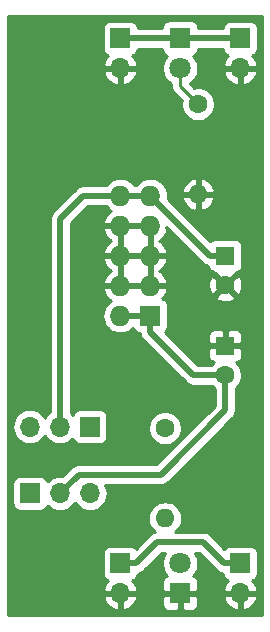
<source format=gbr>
G04 #@! TF.GenerationSoftware,KiCad,Pcbnew,(5.1.2)-2*
G04 #@! TF.CreationDate,2020-04-18T03:55:00-07:00*
G04 #@! TF.ProjectId,eurorackPower10pin,6575726f-7261-4636-9b50-6f7765723130,rev?*
G04 #@! TF.SameCoordinates,Original*
G04 #@! TF.FileFunction,Copper,L1,Top*
G04 #@! TF.FilePolarity,Positive*
%FSLAX46Y46*%
G04 Gerber Fmt 4.6, Leading zero omitted, Abs format (unit mm)*
G04 Created by KiCad (PCBNEW (5.1.2)-2) date 2020-04-18 03:55:00*
%MOMM*%
%LPD*%
G04 APERTURE LIST*
%ADD10O,1.727200X1.727200*%
%ADD11R,1.727200X1.727200*%
%ADD12O,1.600000X1.600000*%
%ADD13C,1.600000*%
%ADD14R,1.700000X1.700000*%
%ADD15O,1.700000X1.700000*%
%ADD16C,1.800000*%
%ADD17R,1.800000X1.800000*%
%ADD18R,1.600000X1.600000*%
%ADD19C,0.508000*%
%ADD20C,0.250000*%
%ADD21C,0.254000*%
G04 APERTURE END LIST*
D10*
X0Y-13335000D03*
X2540000Y-13335000D03*
X0Y-15875000D03*
X2540000Y-15875000D03*
X0Y-18415000D03*
X2540000Y-18415000D03*
X0Y-20955000D03*
X2540000Y-20955000D03*
X0Y-23495000D03*
D11*
X2540000Y-23495000D03*
D12*
X6604000Y-13208000D03*
D13*
X6604000Y-5588000D03*
D12*
X3810000Y-40640000D03*
D13*
X3810000Y-33020000D03*
D14*
X10160000Y-44450000D03*
D15*
X10160000Y-46990000D03*
X10160000Y-2540000D03*
D14*
X10160000Y0D03*
X0Y-44450000D03*
D15*
X0Y-46990000D03*
X-7640000Y-32890000D03*
X-5100000Y-32890000D03*
D14*
X-2560000Y-32890000D03*
D15*
X0Y-2540000D03*
D14*
X0Y0D03*
D15*
X-2555000Y-38540000D03*
X-5095000Y-38540000D03*
D14*
X-7635000Y-38540000D03*
D16*
X5080000Y-44450000D03*
D17*
X5080000Y-46990000D03*
D16*
X5080000Y-2540000D03*
D17*
X5080000Y0D03*
D13*
X8890000Y-28535000D03*
D18*
X8890000Y-26035000D03*
D13*
X8890000Y-20915000D03*
D18*
X8890000Y-18415000D03*
D19*
X0Y-13335000D02*
X2540000Y-13335000D01*
X2540000Y-13373000D02*
X2540000Y-13335000D01*
X7582000Y-18415000D02*
X2540000Y-13373000D01*
X8890000Y-18415000D02*
X7582000Y-18415000D01*
X-5000Y-13330000D02*
X0Y-13335000D01*
X-3120000Y-13330000D02*
X-5000Y-13330000D01*
X-5060000Y-15270000D02*
X-3120000Y-13330000D01*
X-5100000Y-32890000D02*
X-5060000Y-32850000D01*
X-5060000Y-32850000D02*
X-5060000Y-15270000D01*
X2540000Y-24866600D02*
X2540000Y-23495000D01*
X6208400Y-28535000D02*
X2540000Y-24866600D01*
X8890000Y-28535000D02*
X6208400Y-28535000D01*
X0Y-23495000D02*
X2540000Y-23495000D01*
X8890000Y-29666370D02*
X8890000Y-28535000D01*
X8890000Y-31496000D02*
X8890000Y-29666370D01*
X3446000Y-36940000D02*
X8890000Y-31496000D01*
X-5095000Y-38540000D02*
X-3495000Y-36940000D01*
X-3495000Y-36940000D02*
X3446000Y-36940000D01*
D20*
X5080000Y-4064000D02*
X5080000Y-2540000D01*
X6604000Y-5588000D02*
X5080000Y-4064000D01*
D19*
X5080000Y0D02*
X0Y0D01*
X6488000Y0D02*
X10160000Y0D01*
X5080000Y0D02*
X6488000Y0D01*
X8802000Y-44450000D02*
X10160000Y-44450000D01*
X7024000Y-42672000D02*
X8802000Y-44450000D01*
X3136000Y-42672000D02*
X7024000Y-42672000D01*
X0Y-44450000D02*
X1358000Y-44450000D01*
X1358000Y-44450000D02*
X3136000Y-42672000D01*
D21*
G36*
X12040001Y-48870000D02*
G01*
X-9500000Y-48870000D01*
X-9500000Y-47346890D01*
X-1441476Y-47346890D01*
X-1396825Y-47494099D01*
X-1271641Y-47756920D01*
X-1097588Y-47990269D01*
X-881355Y-48185178D01*
X-631252Y-48334157D01*
X-356891Y-48431481D01*
X-127000Y-48310814D01*
X-127000Y-47117000D01*
X127000Y-47117000D01*
X127000Y-48310814D01*
X356891Y-48431481D01*
X631252Y-48334157D01*
X881355Y-48185178D01*
X1097588Y-47990269D01*
X1172377Y-47890000D01*
X3541928Y-47890000D01*
X3554188Y-48014482D01*
X3590498Y-48134180D01*
X3649463Y-48244494D01*
X3728815Y-48341185D01*
X3825506Y-48420537D01*
X3935820Y-48479502D01*
X4055518Y-48515812D01*
X4180000Y-48528072D01*
X4794250Y-48525000D01*
X4953000Y-48366250D01*
X4953000Y-47117000D01*
X5207000Y-47117000D01*
X5207000Y-48366250D01*
X5365750Y-48525000D01*
X5980000Y-48528072D01*
X6104482Y-48515812D01*
X6224180Y-48479502D01*
X6334494Y-48420537D01*
X6431185Y-48341185D01*
X6510537Y-48244494D01*
X6569502Y-48134180D01*
X6605812Y-48014482D01*
X6618072Y-47890000D01*
X6615356Y-47346890D01*
X8718524Y-47346890D01*
X8763175Y-47494099D01*
X8888359Y-47756920D01*
X9062412Y-47990269D01*
X9278645Y-48185178D01*
X9528748Y-48334157D01*
X9803109Y-48431481D01*
X10033000Y-48310814D01*
X10033000Y-47117000D01*
X10287000Y-47117000D01*
X10287000Y-48310814D01*
X10516891Y-48431481D01*
X10791252Y-48334157D01*
X11041355Y-48185178D01*
X11257588Y-47990269D01*
X11431641Y-47756920D01*
X11556825Y-47494099D01*
X11601476Y-47346890D01*
X11480155Y-47117000D01*
X10287000Y-47117000D01*
X10033000Y-47117000D01*
X8839845Y-47117000D01*
X8718524Y-47346890D01*
X6615356Y-47346890D01*
X6615000Y-47275750D01*
X6456250Y-47117000D01*
X5207000Y-47117000D01*
X4953000Y-47117000D01*
X3703750Y-47117000D01*
X3545000Y-47275750D01*
X3541928Y-47890000D01*
X1172377Y-47890000D01*
X1271641Y-47756920D01*
X1396825Y-47494099D01*
X1441476Y-47346890D01*
X1320155Y-47117000D01*
X127000Y-47117000D01*
X-127000Y-47117000D01*
X-1320155Y-47117000D01*
X-1441476Y-47346890D01*
X-9500000Y-47346890D01*
X-9500000Y-43600000D01*
X-1488072Y-43600000D01*
X-1488072Y-45300000D01*
X-1475812Y-45424482D01*
X-1439502Y-45544180D01*
X-1380537Y-45654494D01*
X-1301185Y-45751185D01*
X-1204494Y-45830537D01*
X-1094180Y-45889502D01*
X-1013534Y-45913966D01*
X-1097588Y-45989731D01*
X-1271641Y-46223080D01*
X-1396825Y-46485901D01*
X-1441476Y-46633110D01*
X-1320155Y-46863000D01*
X-127000Y-46863000D01*
X-127000Y-46843000D01*
X127000Y-46843000D01*
X127000Y-46863000D01*
X1320155Y-46863000D01*
X1441476Y-46633110D01*
X1396825Y-46485901D01*
X1271641Y-46223080D01*
X1097588Y-45989731D01*
X1013534Y-45913966D01*
X1094180Y-45889502D01*
X1204494Y-45830537D01*
X1301185Y-45751185D01*
X1380537Y-45654494D01*
X1439502Y-45544180D01*
X1475812Y-45424482D01*
X1485040Y-45330788D01*
X1532274Y-45326136D01*
X1699851Y-45275303D01*
X1854291Y-45192753D01*
X1989659Y-45081659D01*
X2017499Y-45047736D01*
X3504236Y-43561000D01*
X3827883Y-43561000D01*
X3719701Y-43722905D01*
X3603989Y-44002257D01*
X3545000Y-44298816D01*
X3545000Y-44601184D01*
X3603989Y-44897743D01*
X3719701Y-45177095D01*
X3887688Y-45428505D01*
X3954127Y-45494944D01*
X3935820Y-45500498D01*
X3825506Y-45559463D01*
X3728815Y-45638815D01*
X3649463Y-45735506D01*
X3590498Y-45845820D01*
X3554188Y-45965518D01*
X3541928Y-46090000D01*
X3545000Y-46704250D01*
X3703750Y-46863000D01*
X4953000Y-46863000D01*
X4953000Y-46843000D01*
X5207000Y-46843000D01*
X5207000Y-46863000D01*
X6456250Y-46863000D01*
X6615000Y-46704250D01*
X6618072Y-46090000D01*
X6605812Y-45965518D01*
X6569502Y-45845820D01*
X6510537Y-45735506D01*
X6431185Y-45638815D01*
X6334494Y-45559463D01*
X6224180Y-45500498D01*
X6205873Y-45494944D01*
X6272312Y-45428505D01*
X6440299Y-45177095D01*
X6556011Y-44897743D01*
X6615000Y-44601184D01*
X6615000Y-44298816D01*
X6556011Y-44002257D01*
X6440299Y-43722905D01*
X6332117Y-43561000D01*
X6655765Y-43561000D01*
X8142506Y-45047742D01*
X8170341Y-45081659D01*
X8305709Y-45192753D01*
X8460149Y-45275303D01*
X8541566Y-45300000D01*
X8627725Y-45326136D01*
X8644325Y-45327771D01*
X8674960Y-45330788D01*
X8684188Y-45424482D01*
X8720498Y-45544180D01*
X8779463Y-45654494D01*
X8858815Y-45751185D01*
X8955506Y-45830537D01*
X9065820Y-45889502D01*
X9146466Y-45913966D01*
X9062412Y-45989731D01*
X8888359Y-46223080D01*
X8763175Y-46485901D01*
X8718524Y-46633110D01*
X8839845Y-46863000D01*
X10033000Y-46863000D01*
X10033000Y-46843000D01*
X10287000Y-46843000D01*
X10287000Y-46863000D01*
X11480155Y-46863000D01*
X11601476Y-46633110D01*
X11556825Y-46485901D01*
X11431641Y-46223080D01*
X11257588Y-45989731D01*
X11173534Y-45913966D01*
X11254180Y-45889502D01*
X11364494Y-45830537D01*
X11461185Y-45751185D01*
X11540537Y-45654494D01*
X11599502Y-45544180D01*
X11635812Y-45424482D01*
X11648072Y-45300000D01*
X11648072Y-43600000D01*
X11635812Y-43475518D01*
X11599502Y-43355820D01*
X11540537Y-43245506D01*
X11461185Y-43148815D01*
X11364494Y-43069463D01*
X11254180Y-43010498D01*
X11134482Y-42974188D01*
X11010000Y-42961928D01*
X9310000Y-42961928D01*
X9185518Y-42974188D01*
X9065820Y-43010498D01*
X8955506Y-43069463D01*
X8858815Y-43148815D01*
X8813395Y-43204159D01*
X7683499Y-42074264D01*
X7655659Y-42040341D01*
X7520291Y-41929247D01*
X7365851Y-41846697D01*
X7198274Y-41795864D01*
X7067667Y-41783000D01*
X7067660Y-41783000D01*
X7024000Y-41778700D01*
X6980340Y-41783000D01*
X4679254Y-41783000D01*
X4829608Y-41659608D01*
X5008932Y-41441101D01*
X5142182Y-41191808D01*
X5224236Y-40921309D01*
X5251943Y-40640000D01*
X5224236Y-40358691D01*
X5142182Y-40088192D01*
X5008932Y-39838899D01*
X4829608Y-39620392D01*
X4611101Y-39441068D01*
X4361808Y-39307818D01*
X4091309Y-39225764D01*
X3880492Y-39205000D01*
X3739508Y-39205000D01*
X3528691Y-39225764D01*
X3258192Y-39307818D01*
X3008899Y-39441068D01*
X2790392Y-39620392D01*
X2611068Y-39838899D01*
X2477818Y-40088192D01*
X2395764Y-40358691D01*
X2368057Y-40640000D01*
X2395764Y-40921309D01*
X2477818Y-41191808D01*
X2611068Y-41441101D01*
X2790392Y-41659608D01*
X2957852Y-41797039D01*
X2910892Y-41811284D01*
X2794149Y-41846697D01*
X2639709Y-41929247D01*
X2504341Y-42040341D01*
X2476506Y-42074258D01*
X1346605Y-43204160D01*
X1301185Y-43148815D01*
X1204494Y-43069463D01*
X1094180Y-43010498D01*
X974482Y-42974188D01*
X850000Y-42961928D01*
X-850000Y-42961928D01*
X-974482Y-42974188D01*
X-1094180Y-43010498D01*
X-1204494Y-43069463D01*
X-1301185Y-43148815D01*
X-1380537Y-43245506D01*
X-1439502Y-43355820D01*
X-1475812Y-43475518D01*
X-1488072Y-43600000D01*
X-9500000Y-43600000D01*
X-9500000Y-37690000D01*
X-9123072Y-37690000D01*
X-9123072Y-39390000D01*
X-9110812Y-39514482D01*
X-9074502Y-39634180D01*
X-9015537Y-39744494D01*
X-8936185Y-39841185D01*
X-8839494Y-39920537D01*
X-8729180Y-39979502D01*
X-8609482Y-40015812D01*
X-8485000Y-40028072D01*
X-6785000Y-40028072D01*
X-6660518Y-40015812D01*
X-6540820Y-39979502D01*
X-6430506Y-39920537D01*
X-6333815Y-39841185D01*
X-6254463Y-39744494D01*
X-6195498Y-39634180D01*
X-6174607Y-39565313D01*
X-6150134Y-39595134D01*
X-5924014Y-39780706D01*
X-5666034Y-39918599D01*
X-5386111Y-40003513D01*
X-5167950Y-40025000D01*
X-5022050Y-40025000D01*
X-4803889Y-40003513D01*
X-4523966Y-39918599D01*
X-4265986Y-39780706D01*
X-4039866Y-39595134D01*
X-3854294Y-39369014D01*
X-3825000Y-39314209D01*
X-3795706Y-39369014D01*
X-3610134Y-39595134D01*
X-3384014Y-39780706D01*
X-3126034Y-39918599D01*
X-2846111Y-40003513D01*
X-2627950Y-40025000D01*
X-2482050Y-40025000D01*
X-2263889Y-40003513D01*
X-1983966Y-39918599D01*
X-1725986Y-39780706D01*
X-1499866Y-39595134D01*
X-1314294Y-39369014D01*
X-1176401Y-39111034D01*
X-1091487Y-38831111D01*
X-1062815Y-38540000D01*
X-1091487Y-38248889D01*
X-1176401Y-37968966D01*
X-1251214Y-37829000D01*
X3402340Y-37829000D01*
X3446000Y-37833300D01*
X3489660Y-37829000D01*
X3489667Y-37829000D01*
X3620274Y-37816136D01*
X3787851Y-37765303D01*
X3942291Y-37682753D01*
X4077659Y-37571659D01*
X4105499Y-37537736D01*
X9487743Y-32155493D01*
X9521659Y-32127659D01*
X9632753Y-31992291D01*
X9715303Y-31837851D01*
X9766136Y-31670274D01*
X9779000Y-31539667D01*
X9779000Y-31539660D01*
X9783300Y-31496000D01*
X9779000Y-31452340D01*
X9779000Y-29666849D01*
X9804759Y-29649637D01*
X10004637Y-29449759D01*
X10161680Y-29214727D01*
X10269853Y-28953574D01*
X10325000Y-28676335D01*
X10325000Y-28393665D01*
X10269853Y-28116426D01*
X10161680Y-27855273D01*
X10004637Y-27620241D01*
X9838057Y-27453661D01*
X9934180Y-27424502D01*
X10044494Y-27365537D01*
X10141185Y-27286185D01*
X10220537Y-27189494D01*
X10279502Y-27079180D01*
X10315812Y-26959482D01*
X10328072Y-26835000D01*
X10325000Y-26320750D01*
X10166250Y-26162000D01*
X9017000Y-26162000D01*
X9017000Y-26182000D01*
X8763000Y-26182000D01*
X8763000Y-26162000D01*
X7613750Y-26162000D01*
X7455000Y-26320750D01*
X7451928Y-26835000D01*
X7464188Y-26959482D01*
X7500498Y-27079180D01*
X7559463Y-27189494D01*
X7638815Y-27286185D01*
X7735506Y-27365537D01*
X7845820Y-27424502D01*
X7941943Y-27453661D01*
X7775363Y-27620241D01*
X7758151Y-27646000D01*
X6576636Y-27646000D01*
X4165636Y-25235000D01*
X7451928Y-25235000D01*
X7455000Y-25749250D01*
X7613750Y-25908000D01*
X8763000Y-25908000D01*
X8763000Y-24758750D01*
X9017000Y-24758750D01*
X9017000Y-25908000D01*
X10166250Y-25908000D01*
X10325000Y-25749250D01*
X10328072Y-25235000D01*
X10315812Y-25110518D01*
X10279502Y-24990820D01*
X10220537Y-24880506D01*
X10141185Y-24783815D01*
X10044494Y-24704463D01*
X9934180Y-24645498D01*
X9814482Y-24609188D01*
X9690000Y-24596928D01*
X9175750Y-24600000D01*
X9017000Y-24758750D01*
X8763000Y-24758750D01*
X8604250Y-24600000D01*
X8090000Y-24596928D01*
X7965518Y-24609188D01*
X7845820Y-24645498D01*
X7735506Y-24704463D01*
X7638815Y-24783815D01*
X7559463Y-24880506D01*
X7500498Y-24990820D01*
X7464188Y-25110518D01*
X7451928Y-25235000D01*
X4165636Y-25235000D01*
X3791971Y-24861335D01*
X3854785Y-24809785D01*
X3934137Y-24713094D01*
X3993102Y-24602780D01*
X4029412Y-24483082D01*
X4041672Y-24358600D01*
X4041672Y-22631400D01*
X4029412Y-22506918D01*
X3993102Y-22387220D01*
X3934137Y-22276906D01*
X3854785Y-22180215D01*
X3758094Y-22100863D01*
X3647780Y-22041898D01*
X3583426Y-22022376D01*
X3646854Y-21965293D01*
X3689880Y-21907702D01*
X8076903Y-21907702D01*
X8148486Y-22151671D01*
X8403996Y-22272571D01*
X8678184Y-22341300D01*
X8960512Y-22355217D01*
X9240130Y-22313787D01*
X9506292Y-22218603D01*
X9631514Y-22151671D01*
X9703097Y-21907702D01*
X8890000Y-21094605D01*
X8076903Y-21907702D01*
X3689880Y-21907702D01*
X3822684Y-21729944D01*
X3949222Y-21464814D01*
X3994958Y-21314026D01*
X3873817Y-21082000D01*
X2667000Y-21082000D01*
X2667000Y-21102000D01*
X2413000Y-21102000D01*
X2413000Y-21082000D01*
X127000Y-21082000D01*
X127000Y-21102000D01*
X-127000Y-21102000D01*
X-127000Y-21082000D01*
X-1333817Y-21082000D01*
X-1454958Y-21314026D01*
X-1409222Y-21464814D01*
X-1282684Y-21729944D01*
X-1106854Y-21965293D01*
X-888488Y-22161817D01*
X-792090Y-22219137D01*
X-836606Y-22242931D01*
X-1064797Y-22430203D01*
X-1252069Y-22658394D01*
X-1391225Y-22918736D01*
X-1476916Y-23201223D01*
X-1505851Y-23495000D01*
X-1476916Y-23788777D01*
X-1391225Y-24071264D01*
X-1252069Y-24331606D01*
X-1064797Y-24559797D01*
X-836606Y-24747069D01*
X-576264Y-24886225D01*
X-293777Y-24971916D01*
X-73619Y-24993600D01*
X73619Y-24993600D01*
X293777Y-24971916D01*
X576264Y-24886225D01*
X836606Y-24747069D01*
X1064797Y-24559797D01*
X1071414Y-24551735D01*
X1086898Y-24602780D01*
X1145863Y-24713094D01*
X1225215Y-24809785D01*
X1321906Y-24889137D01*
X1432220Y-24948102D01*
X1551918Y-24984412D01*
X1659345Y-24994992D01*
X1663864Y-25040873D01*
X1714697Y-25208450D01*
X1797247Y-25362890D01*
X1908341Y-25498259D01*
X1942264Y-25526099D01*
X5548906Y-29132742D01*
X5576741Y-29166659D01*
X5712109Y-29277753D01*
X5866549Y-29360303D01*
X5961158Y-29389002D01*
X6034125Y-29411136D01*
X6052473Y-29412943D01*
X6164733Y-29424000D01*
X6164739Y-29424000D01*
X6208399Y-29428300D01*
X6252059Y-29424000D01*
X7758151Y-29424000D01*
X7775363Y-29449759D01*
X7975241Y-29649637D01*
X8001000Y-29666849D01*
X8001000Y-29710036D01*
X8001001Y-29710046D01*
X8001000Y-31127764D01*
X3077765Y-36051000D01*
X-3451340Y-36051000D01*
X-3495000Y-36046700D01*
X-3538660Y-36051000D01*
X-3538667Y-36051000D01*
X-3652675Y-36062229D01*
X-3669275Y-36063864D01*
X-3720108Y-36079284D01*
X-3836851Y-36114697D01*
X-3991291Y-36197247D01*
X-4126659Y-36308341D01*
X-4154494Y-36342258D01*
X-4881116Y-37068881D01*
X-5022050Y-37055000D01*
X-5167950Y-37055000D01*
X-5386111Y-37076487D01*
X-5666034Y-37161401D01*
X-5924014Y-37299294D01*
X-6150134Y-37484866D01*
X-6174607Y-37514687D01*
X-6195498Y-37445820D01*
X-6254463Y-37335506D01*
X-6333815Y-37238815D01*
X-6430506Y-37159463D01*
X-6540820Y-37100498D01*
X-6660518Y-37064188D01*
X-6785000Y-37051928D01*
X-8485000Y-37051928D01*
X-8609482Y-37064188D01*
X-8729180Y-37100498D01*
X-8839494Y-37159463D01*
X-8936185Y-37238815D01*
X-9015537Y-37335506D01*
X-9074502Y-37445820D01*
X-9110812Y-37565518D01*
X-9123072Y-37690000D01*
X-9500000Y-37690000D01*
X-9500000Y-32890000D01*
X-9132185Y-32890000D01*
X-9103513Y-33181111D01*
X-9018599Y-33461034D01*
X-8880706Y-33719014D01*
X-8695134Y-33945134D01*
X-8469014Y-34130706D01*
X-8211034Y-34268599D01*
X-7931111Y-34353513D01*
X-7712950Y-34375000D01*
X-7567050Y-34375000D01*
X-7348889Y-34353513D01*
X-7068966Y-34268599D01*
X-6810986Y-34130706D01*
X-6584866Y-33945134D01*
X-6399294Y-33719014D01*
X-6370000Y-33664209D01*
X-6340706Y-33719014D01*
X-6155134Y-33945134D01*
X-5929014Y-34130706D01*
X-5671034Y-34268599D01*
X-5391111Y-34353513D01*
X-5172950Y-34375000D01*
X-5027050Y-34375000D01*
X-4808889Y-34353513D01*
X-4528966Y-34268599D01*
X-4270986Y-34130706D01*
X-4044866Y-33945134D01*
X-4020393Y-33915313D01*
X-3999502Y-33984180D01*
X-3940537Y-34094494D01*
X-3861185Y-34191185D01*
X-3764494Y-34270537D01*
X-3654180Y-34329502D01*
X-3534482Y-34365812D01*
X-3410000Y-34378072D01*
X-1710000Y-34378072D01*
X-1585518Y-34365812D01*
X-1465820Y-34329502D01*
X-1355506Y-34270537D01*
X-1258815Y-34191185D01*
X-1179463Y-34094494D01*
X-1120498Y-33984180D01*
X-1084188Y-33864482D01*
X-1071928Y-33740000D01*
X-1071928Y-32878665D01*
X2375000Y-32878665D01*
X2375000Y-33161335D01*
X2430147Y-33438574D01*
X2538320Y-33699727D01*
X2695363Y-33934759D01*
X2895241Y-34134637D01*
X3130273Y-34291680D01*
X3391426Y-34399853D01*
X3668665Y-34455000D01*
X3951335Y-34455000D01*
X4228574Y-34399853D01*
X4489727Y-34291680D01*
X4724759Y-34134637D01*
X4924637Y-33934759D01*
X5081680Y-33699727D01*
X5189853Y-33438574D01*
X5245000Y-33161335D01*
X5245000Y-32878665D01*
X5189853Y-32601426D01*
X5081680Y-32340273D01*
X4924637Y-32105241D01*
X4724759Y-31905363D01*
X4489727Y-31748320D01*
X4228574Y-31640147D01*
X3951335Y-31585000D01*
X3668665Y-31585000D01*
X3391426Y-31640147D01*
X3130273Y-31748320D01*
X2895241Y-31905363D01*
X2695363Y-32105241D01*
X2538320Y-32340273D01*
X2430147Y-32601426D01*
X2375000Y-32878665D01*
X-1071928Y-32878665D01*
X-1071928Y-32040000D01*
X-1084188Y-31915518D01*
X-1120498Y-31795820D01*
X-1179463Y-31685506D01*
X-1258815Y-31588815D01*
X-1355506Y-31509463D01*
X-1465820Y-31450498D01*
X-1585518Y-31414188D01*
X-1710000Y-31401928D01*
X-3410000Y-31401928D01*
X-3534482Y-31414188D01*
X-3654180Y-31450498D01*
X-3764494Y-31509463D01*
X-3861185Y-31588815D01*
X-3940537Y-31685506D01*
X-3999502Y-31795820D01*
X-4020393Y-31864687D01*
X-4044866Y-31834866D01*
X-4171000Y-31731350D01*
X-4171000Y-20985512D01*
X7449783Y-20985512D01*
X7491213Y-21265130D01*
X7586397Y-21531292D01*
X7653329Y-21656514D01*
X7897298Y-21728097D01*
X8710395Y-20915000D01*
X9069605Y-20915000D01*
X9882702Y-21728097D01*
X10126671Y-21656514D01*
X10247571Y-21401004D01*
X10316300Y-21126816D01*
X10330217Y-20844488D01*
X10288787Y-20564870D01*
X10193603Y-20298708D01*
X10126671Y-20173486D01*
X9882702Y-20101903D01*
X9069605Y-20915000D01*
X8710395Y-20915000D01*
X7897298Y-20101903D01*
X7653329Y-20173486D01*
X7532429Y-20428996D01*
X7463700Y-20703184D01*
X7449783Y-20985512D01*
X-4171000Y-20985512D01*
X-4171000Y-18774026D01*
X-1454958Y-18774026D01*
X-1409222Y-18924814D01*
X-1282684Y-19189944D01*
X-1106854Y-19425293D01*
X-888488Y-19621817D01*
X-782230Y-19685000D01*
X-888488Y-19748183D01*
X-1106854Y-19944707D01*
X-1282684Y-20180056D01*
X-1409222Y-20445186D01*
X-1454958Y-20595974D01*
X-1333817Y-20828000D01*
X-127000Y-20828000D01*
X-127000Y-18542000D01*
X127000Y-18542000D01*
X127000Y-20828000D01*
X2413000Y-20828000D01*
X2413000Y-18542000D01*
X2667000Y-18542000D01*
X2667000Y-20828000D01*
X3873817Y-20828000D01*
X3994958Y-20595974D01*
X3949222Y-20445186D01*
X3822684Y-20180056D01*
X3646854Y-19944707D01*
X3428488Y-19748183D01*
X3322230Y-19685000D01*
X3428488Y-19621817D01*
X3646854Y-19425293D01*
X3822684Y-19189944D01*
X3949222Y-18924814D01*
X3994958Y-18774026D01*
X3873817Y-18542000D01*
X2667000Y-18542000D01*
X2413000Y-18542000D01*
X127000Y-18542000D01*
X-127000Y-18542000D01*
X-1333817Y-18542000D01*
X-1454958Y-18774026D01*
X-4171000Y-18774026D01*
X-4171000Y-16234026D01*
X-1454958Y-16234026D01*
X-1409222Y-16384814D01*
X-1282684Y-16649944D01*
X-1106854Y-16885293D01*
X-888488Y-17081817D01*
X-782230Y-17145000D01*
X-888488Y-17208183D01*
X-1106854Y-17404707D01*
X-1282684Y-17640056D01*
X-1409222Y-17905186D01*
X-1454958Y-18055974D01*
X-1333817Y-18288000D01*
X-127000Y-18288000D01*
X-127000Y-16002000D01*
X127000Y-16002000D01*
X127000Y-18288000D01*
X2413000Y-18288000D01*
X2413000Y-16002000D01*
X127000Y-16002000D01*
X-127000Y-16002000D01*
X-1333817Y-16002000D01*
X-1454958Y-16234026D01*
X-4171000Y-16234026D01*
X-4171000Y-15638235D01*
X-2751765Y-14219000D01*
X-1213174Y-14219000D01*
X-1064797Y-14399797D01*
X-836606Y-14587069D01*
X-792090Y-14610863D01*
X-888488Y-14668183D01*
X-1106854Y-14864707D01*
X-1282684Y-15100056D01*
X-1409222Y-15365186D01*
X-1454958Y-15515974D01*
X-1333817Y-15748000D01*
X-127000Y-15748000D01*
X-127000Y-15728000D01*
X127000Y-15728000D01*
X127000Y-15748000D01*
X2413000Y-15748000D01*
X2413000Y-15728000D01*
X2667000Y-15728000D01*
X2667000Y-15748000D01*
X2687000Y-15748000D01*
X2687000Y-16002000D01*
X2667000Y-16002000D01*
X2667000Y-18288000D01*
X3873817Y-18288000D01*
X3994958Y-18055974D01*
X3949222Y-17905186D01*
X3822684Y-17640056D01*
X3646854Y-17404707D01*
X3428488Y-17208183D01*
X3322230Y-17145000D01*
X3428488Y-17081817D01*
X3646854Y-16885293D01*
X3822684Y-16649944D01*
X3949222Y-16384814D01*
X3994958Y-16234026D01*
X3873818Y-16002002D01*
X3911767Y-16002002D01*
X6922506Y-19012742D01*
X6950341Y-19046659D01*
X7085709Y-19157753D01*
X7240149Y-19240303D01*
X7334758Y-19269002D01*
X7407725Y-19291136D01*
X7424325Y-19292771D01*
X7459933Y-19296278D01*
X7464188Y-19339482D01*
X7500498Y-19459180D01*
X7559463Y-19569494D01*
X7638815Y-19666185D01*
X7735506Y-19745537D01*
X7845820Y-19804502D01*
X7965518Y-19840812D01*
X8090000Y-19853072D01*
X8097215Y-19853072D01*
X8076903Y-19922298D01*
X8890000Y-20735395D01*
X9703097Y-19922298D01*
X9682785Y-19853072D01*
X9690000Y-19853072D01*
X9814482Y-19840812D01*
X9934180Y-19804502D01*
X10044494Y-19745537D01*
X10141185Y-19666185D01*
X10220537Y-19569494D01*
X10279502Y-19459180D01*
X10315812Y-19339482D01*
X10328072Y-19215000D01*
X10328072Y-17615000D01*
X10315812Y-17490518D01*
X10279502Y-17370820D01*
X10220537Y-17260506D01*
X10141185Y-17163815D01*
X10044494Y-17084463D01*
X9934180Y-17025498D01*
X9814482Y-16989188D01*
X9690000Y-16976928D01*
X8090000Y-16976928D01*
X7965518Y-16989188D01*
X7845820Y-17025498D01*
X7735506Y-17084463D01*
X7638815Y-17163815D01*
X7615933Y-17191697D01*
X4020152Y-13595917D01*
X4023981Y-13557040D01*
X5212091Y-13557040D01*
X5306930Y-13821881D01*
X5451615Y-14063131D01*
X5640586Y-14271519D01*
X5866580Y-14439037D01*
X6120913Y-14559246D01*
X6254961Y-14599904D01*
X6477000Y-14477915D01*
X6477000Y-13335000D01*
X6731000Y-13335000D01*
X6731000Y-14477915D01*
X6953039Y-14599904D01*
X7087087Y-14559246D01*
X7341420Y-14439037D01*
X7567414Y-14271519D01*
X7756385Y-14063131D01*
X7901070Y-13821881D01*
X7995909Y-13557040D01*
X7874624Y-13335000D01*
X6731000Y-13335000D01*
X6477000Y-13335000D01*
X5333376Y-13335000D01*
X5212091Y-13557040D01*
X4023981Y-13557040D01*
X4045851Y-13335000D01*
X4016916Y-13041223D01*
X3961628Y-12858960D01*
X5212091Y-12858960D01*
X5333376Y-13081000D01*
X6477000Y-13081000D01*
X6477000Y-11938085D01*
X6731000Y-11938085D01*
X6731000Y-13081000D01*
X7874624Y-13081000D01*
X7995909Y-12858960D01*
X7901070Y-12594119D01*
X7756385Y-12352869D01*
X7567414Y-12144481D01*
X7341420Y-11976963D01*
X7087087Y-11856754D01*
X6953039Y-11816096D01*
X6731000Y-11938085D01*
X6477000Y-11938085D01*
X6254961Y-11816096D01*
X6120913Y-11856754D01*
X5866580Y-11976963D01*
X5640586Y-12144481D01*
X5451615Y-12352869D01*
X5306930Y-12594119D01*
X5212091Y-12858960D01*
X3961628Y-12858960D01*
X3931225Y-12758736D01*
X3792069Y-12498394D01*
X3604797Y-12270203D01*
X3376606Y-12082931D01*
X3116264Y-11943775D01*
X2833777Y-11858084D01*
X2613619Y-11836400D01*
X2466381Y-11836400D01*
X2246223Y-11858084D01*
X1963736Y-11943775D01*
X1703394Y-12082931D01*
X1475203Y-12270203D01*
X1330930Y-12446000D01*
X1209070Y-12446000D01*
X1064797Y-12270203D01*
X836606Y-12082931D01*
X576264Y-11943775D01*
X293777Y-11858084D01*
X73619Y-11836400D01*
X-73619Y-11836400D01*
X-293777Y-11858084D01*
X-576264Y-11943775D01*
X-836606Y-12082931D01*
X-1064797Y-12270203D01*
X-1204967Y-12441000D01*
X-3076341Y-12441000D01*
X-3120001Y-12436700D01*
X-3163661Y-12441000D01*
X-3163667Y-12441000D01*
X-3261076Y-12450594D01*
X-3294276Y-12453864D01*
X-3395942Y-12484704D01*
X-3461851Y-12504697D01*
X-3616291Y-12587247D01*
X-3751659Y-12698341D01*
X-3779499Y-12732264D01*
X-5657741Y-14610506D01*
X-5691658Y-14638341D01*
X-5719493Y-14672258D01*
X-5719495Y-14672260D01*
X-5802752Y-14773709D01*
X-5885302Y-14928148D01*
X-5936136Y-15095726D01*
X-5953300Y-15270000D01*
X-5948999Y-15313670D01*
X-5949000Y-31665696D01*
X-6155134Y-31834866D01*
X-6340706Y-32060986D01*
X-6370000Y-32115791D01*
X-6399294Y-32060986D01*
X-6584866Y-31834866D01*
X-6810986Y-31649294D01*
X-7068966Y-31511401D01*
X-7348889Y-31426487D01*
X-7567050Y-31405000D01*
X-7712950Y-31405000D01*
X-7931111Y-31426487D01*
X-8211034Y-31511401D01*
X-8469014Y-31649294D01*
X-8695134Y-31834866D01*
X-8880706Y-32060986D01*
X-9018599Y-32318966D01*
X-9103513Y-32598889D01*
X-9132185Y-32890000D01*
X-9500000Y-32890000D01*
X-9500000Y-2896890D01*
X-1441476Y-2896890D01*
X-1396825Y-3044099D01*
X-1271641Y-3306920D01*
X-1097588Y-3540269D01*
X-881355Y-3735178D01*
X-631252Y-3884157D01*
X-356891Y-3981481D01*
X-127000Y-3860814D01*
X-127000Y-2667000D01*
X127000Y-2667000D01*
X127000Y-3860814D01*
X356891Y-3981481D01*
X631252Y-3884157D01*
X881355Y-3735178D01*
X1097588Y-3540269D01*
X1271641Y-3306920D01*
X1396825Y-3044099D01*
X1441476Y-2896890D01*
X1320155Y-2667000D01*
X127000Y-2667000D01*
X-127000Y-2667000D01*
X-1320155Y-2667000D01*
X-1441476Y-2896890D01*
X-9500000Y-2896890D01*
X-9500000Y850000D01*
X-1488072Y850000D01*
X-1488072Y-850000D01*
X-1475812Y-974482D01*
X-1439502Y-1094180D01*
X-1380537Y-1204494D01*
X-1301185Y-1301185D01*
X-1204494Y-1380537D01*
X-1094180Y-1439502D01*
X-1013534Y-1463966D01*
X-1097588Y-1539731D01*
X-1271641Y-1773080D01*
X-1396825Y-2035901D01*
X-1441476Y-2183110D01*
X-1320155Y-2413000D01*
X-127000Y-2413000D01*
X-127000Y-2393000D01*
X127000Y-2393000D01*
X127000Y-2413000D01*
X1320155Y-2413000D01*
X1441476Y-2183110D01*
X1396825Y-2035901D01*
X1271641Y-1773080D01*
X1097588Y-1539731D01*
X1013534Y-1463966D01*
X1094180Y-1439502D01*
X1204494Y-1380537D01*
X1301185Y-1301185D01*
X1380537Y-1204494D01*
X1439502Y-1094180D01*
X1475812Y-974482D01*
X1484231Y-889000D01*
X3541928Y-889000D01*
X3541928Y-900000D01*
X3554188Y-1024482D01*
X3590498Y-1144180D01*
X3649463Y-1254494D01*
X3728815Y-1351185D01*
X3825506Y-1430537D01*
X3935820Y-1489502D01*
X3954127Y-1495056D01*
X3887688Y-1561495D01*
X3719701Y-1812905D01*
X3603989Y-2092257D01*
X3545000Y-2388816D01*
X3545000Y-2691184D01*
X3603989Y-2987743D01*
X3719701Y-3267095D01*
X3887688Y-3518505D01*
X4101495Y-3732312D01*
X4320000Y-3878313D01*
X4320000Y-4026677D01*
X4316324Y-4064000D01*
X4320000Y-4101322D01*
X4320000Y-4101332D01*
X4330997Y-4212985D01*
X4362343Y-4316320D01*
X4374454Y-4356246D01*
X4445026Y-4488276D01*
X4484871Y-4536826D01*
X4539999Y-4604001D01*
X4569002Y-4627803D01*
X5205312Y-5264114D01*
X5169000Y-5446665D01*
X5169000Y-5729335D01*
X5224147Y-6006574D01*
X5332320Y-6267727D01*
X5489363Y-6502759D01*
X5689241Y-6702637D01*
X5924273Y-6859680D01*
X6185426Y-6967853D01*
X6462665Y-7023000D01*
X6745335Y-7023000D01*
X7022574Y-6967853D01*
X7283727Y-6859680D01*
X7518759Y-6702637D01*
X7718637Y-6502759D01*
X7875680Y-6267727D01*
X7983853Y-6006574D01*
X8039000Y-5729335D01*
X8039000Y-5446665D01*
X7983853Y-5169426D01*
X7875680Y-4908273D01*
X7718637Y-4673241D01*
X7518759Y-4473363D01*
X7283727Y-4316320D01*
X7022574Y-4208147D01*
X6745335Y-4153000D01*
X6462665Y-4153000D01*
X6280114Y-4189312D01*
X5917398Y-3826597D01*
X6058505Y-3732312D01*
X6272312Y-3518505D01*
X6440299Y-3267095D01*
X6556011Y-2987743D01*
X6574082Y-2896890D01*
X8718524Y-2896890D01*
X8763175Y-3044099D01*
X8888359Y-3306920D01*
X9062412Y-3540269D01*
X9278645Y-3735178D01*
X9528748Y-3884157D01*
X9803109Y-3981481D01*
X10033000Y-3860814D01*
X10033000Y-2667000D01*
X10287000Y-2667000D01*
X10287000Y-3860814D01*
X10516891Y-3981481D01*
X10791252Y-3884157D01*
X11041355Y-3735178D01*
X11257588Y-3540269D01*
X11431641Y-3306920D01*
X11556825Y-3044099D01*
X11601476Y-2896890D01*
X11480155Y-2667000D01*
X10287000Y-2667000D01*
X10033000Y-2667000D01*
X8839845Y-2667000D01*
X8718524Y-2896890D01*
X6574082Y-2896890D01*
X6615000Y-2691184D01*
X6615000Y-2388816D01*
X6556011Y-2092257D01*
X6440299Y-1812905D01*
X6272312Y-1561495D01*
X6205873Y-1495056D01*
X6224180Y-1489502D01*
X6334494Y-1430537D01*
X6431185Y-1351185D01*
X6510537Y-1254494D01*
X6569502Y-1144180D01*
X6605812Y-1024482D01*
X6618072Y-900000D01*
X6618072Y-889000D01*
X8675769Y-889000D01*
X8684188Y-974482D01*
X8720498Y-1094180D01*
X8779463Y-1204494D01*
X8858815Y-1301185D01*
X8955506Y-1380537D01*
X9065820Y-1439502D01*
X9146466Y-1463966D01*
X9062412Y-1539731D01*
X8888359Y-1773080D01*
X8763175Y-2035901D01*
X8718524Y-2183110D01*
X8839845Y-2413000D01*
X10033000Y-2413000D01*
X10033000Y-2393000D01*
X10287000Y-2393000D01*
X10287000Y-2413000D01*
X11480155Y-2413000D01*
X11601476Y-2183110D01*
X11556825Y-2035901D01*
X11431641Y-1773080D01*
X11257588Y-1539731D01*
X11173534Y-1463966D01*
X11254180Y-1439502D01*
X11364494Y-1380537D01*
X11461185Y-1301185D01*
X11540537Y-1204494D01*
X11599502Y-1094180D01*
X11635812Y-974482D01*
X11648072Y-850000D01*
X11648072Y850000D01*
X11635812Y974482D01*
X11599502Y1094180D01*
X11540537Y1204494D01*
X11461185Y1301185D01*
X11364494Y1380537D01*
X11254180Y1439502D01*
X11134482Y1475812D01*
X11010000Y1488072D01*
X9310000Y1488072D01*
X9185518Y1475812D01*
X9065820Y1439502D01*
X8955506Y1380537D01*
X8858815Y1301185D01*
X8779463Y1204494D01*
X8720498Y1094180D01*
X8684188Y974482D01*
X8675769Y889000D01*
X6618072Y889000D01*
X6618072Y900000D01*
X6605812Y1024482D01*
X6569502Y1144180D01*
X6510537Y1254494D01*
X6431185Y1351185D01*
X6334494Y1430537D01*
X6224180Y1489502D01*
X6104482Y1525812D01*
X5980000Y1538072D01*
X4180000Y1538072D01*
X4055518Y1525812D01*
X3935820Y1489502D01*
X3825506Y1430537D01*
X3728815Y1351185D01*
X3649463Y1254494D01*
X3590498Y1144180D01*
X3554188Y1024482D01*
X3541928Y900000D01*
X3541928Y889000D01*
X1484231Y889000D01*
X1475812Y974482D01*
X1439502Y1094180D01*
X1380537Y1204494D01*
X1301185Y1301185D01*
X1204494Y1380537D01*
X1094180Y1439502D01*
X974482Y1475812D01*
X850000Y1488072D01*
X-850000Y1488072D01*
X-974482Y1475812D01*
X-1094180Y1439502D01*
X-1204494Y1380537D01*
X-1301185Y1301185D01*
X-1380537Y1204494D01*
X-1439502Y1094180D01*
X-1475812Y974482D01*
X-1488072Y850000D01*
X-9500000Y850000D01*
X-9500000Y1880000D01*
X12040000Y1880000D01*
X12040001Y-48870000D01*
X12040001Y-48870000D01*
G37*
X12040001Y-48870000D02*
X-9500000Y-48870000D01*
X-9500000Y-47346890D01*
X-1441476Y-47346890D01*
X-1396825Y-47494099D01*
X-1271641Y-47756920D01*
X-1097588Y-47990269D01*
X-881355Y-48185178D01*
X-631252Y-48334157D01*
X-356891Y-48431481D01*
X-127000Y-48310814D01*
X-127000Y-47117000D01*
X127000Y-47117000D01*
X127000Y-48310814D01*
X356891Y-48431481D01*
X631252Y-48334157D01*
X881355Y-48185178D01*
X1097588Y-47990269D01*
X1172377Y-47890000D01*
X3541928Y-47890000D01*
X3554188Y-48014482D01*
X3590498Y-48134180D01*
X3649463Y-48244494D01*
X3728815Y-48341185D01*
X3825506Y-48420537D01*
X3935820Y-48479502D01*
X4055518Y-48515812D01*
X4180000Y-48528072D01*
X4794250Y-48525000D01*
X4953000Y-48366250D01*
X4953000Y-47117000D01*
X5207000Y-47117000D01*
X5207000Y-48366250D01*
X5365750Y-48525000D01*
X5980000Y-48528072D01*
X6104482Y-48515812D01*
X6224180Y-48479502D01*
X6334494Y-48420537D01*
X6431185Y-48341185D01*
X6510537Y-48244494D01*
X6569502Y-48134180D01*
X6605812Y-48014482D01*
X6618072Y-47890000D01*
X6615356Y-47346890D01*
X8718524Y-47346890D01*
X8763175Y-47494099D01*
X8888359Y-47756920D01*
X9062412Y-47990269D01*
X9278645Y-48185178D01*
X9528748Y-48334157D01*
X9803109Y-48431481D01*
X10033000Y-48310814D01*
X10033000Y-47117000D01*
X10287000Y-47117000D01*
X10287000Y-48310814D01*
X10516891Y-48431481D01*
X10791252Y-48334157D01*
X11041355Y-48185178D01*
X11257588Y-47990269D01*
X11431641Y-47756920D01*
X11556825Y-47494099D01*
X11601476Y-47346890D01*
X11480155Y-47117000D01*
X10287000Y-47117000D01*
X10033000Y-47117000D01*
X8839845Y-47117000D01*
X8718524Y-47346890D01*
X6615356Y-47346890D01*
X6615000Y-47275750D01*
X6456250Y-47117000D01*
X5207000Y-47117000D01*
X4953000Y-47117000D01*
X3703750Y-47117000D01*
X3545000Y-47275750D01*
X3541928Y-47890000D01*
X1172377Y-47890000D01*
X1271641Y-47756920D01*
X1396825Y-47494099D01*
X1441476Y-47346890D01*
X1320155Y-47117000D01*
X127000Y-47117000D01*
X-127000Y-47117000D01*
X-1320155Y-47117000D01*
X-1441476Y-47346890D01*
X-9500000Y-47346890D01*
X-9500000Y-43600000D01*
X-1488072Y-43600000D01*
X-1488072Y-45300000D01*
X-1475812Y-45424482D01*
X-1439502Y-45544180D01*
X-1380537Y-45654494D01*
X-1301185Y-45751185D01*
X-1204494Y-45830537D01*
X-1094180Y-45889502D01*
X-1013534Y-45913966D01*
X-1097588Y-45989731D01*
X-1271641Y-46223080D01*
X-1396825Y-46485901D01*
X-1441476Y-46633110D01*
X-1320155Y-46863000D01*
X-127000Y-46863000D01*
X-127000Y-46843000D01*
X127000Y-46843000D01*
X127000Y-46863000D01*
X1320155Y-46863000D01*
X1441476Y-46633110D01*
X1396825Y-46485901D01*
X1271641Y-46223080D01*
X1097588Y-45989731D01*
X1013534Y-45913966D01*
X1094180Y-45889502D01*
X1204494Y-45830537D01*
X1301185Y-45751185D01*
X1380537Y-45654494D01*
X1439502Y-45544180D01*
X1475812Y-45424482D01*
X1485040Y-45330788D01*
X1532274Y-45326136D01*
X1699851Y-45275303D01*
X1854291Y-45192753D01*
X1989659Y-45081659D01*
X2017499Y-45047736D01*
X3504236Y-43561000D01*
X3827883Y-43561000D01*
X3719701Y-43722905D01*
X3603989Y-44002257D01*
X3545000Y-44298816D01*
X3545000Y-44601184D01*
X3603989Y-44897743D01*
X3719701Y-45177095D01*
X3887688Y-45428505D01*
X3954127Y-45494944D01*
X3935820Y-45500498D01*
X3825506Y-45559463D01*
X3728815Y-45638815D01*
X3649463Y-45735506D01*
X3590498Y-45845820D01*
X3554188Y-45965518D01*
X3541928Y-46090000D01*
X3545000Y-46704250D01*
X3703750Y-46863000D01*
X4953000Y-46863000D01*
X4953000Y-46843000D01*
X5207000Y-46843000D01*
X5207000Y-46863000D01*
X6456250Y-46863000D01*
X6615000Y-46704250D01*
X6618072Y-46090000D01*
X6605812Y-45965518D01*
X6569502Y-45845820D01*
X6510537Y-45735506D01*
X6431185Y-45638815D01*
X6334494Y-45559463D01*
X6224180Y-45500498D01*
X6205873Y-45494944D01*
X6272312Y-45428505D01*
X6440299Y-45177095D01*
X6556011Y-44897743D01*
X6615000Y-44601184D01*
X6615000Y-44298816D01*
X6556011Y-44002257D01*
X6440299Y-43722905D01*
X6332117Y-43561000D01*
X6655765Y-43561000D01*
X8142506Y-45047742D01*
X8170341Y-45081659D01*
X8305709Y-45192753D01*
X8460149Y-45275303D01*
X8541566Y-45300000D01*
X8627725Y-45326136D01*
X8644325Y-45327771D01*
X8674960Y-45330788D01*
X8684188Y-45424482D01*
X8720498Y-45544180D01*
X8779463Y-45654494D01*
X8858815Y-45751185D01*
X8955506Y-45830537D01*
X9065820Y-45889502D01*
X9146466Y-45913966D01*
X9062412Y-45989731D01*
X8888359Y-46223080D01*
X8763175Y-46485901D01*
X8718524Y-46633110D01*
X8839845Y-46863000D01*
X10033000Y-46863000D01*
X10033000Y-46843000D01*
X10287000Y-46843000D01*
X10287000Y-46863000D01*
X11480155Y-46863000D01*
X11601476Y-46633110D01*
X11556825Y-46485901D01*
X11431641Y-46223080D01*
X11257588Y-45989731D01*
X11173534Y-45913966D01*
X11254180Y-45889502D01*
X11364494Y-45830537D01*
X11461185Y-45751185D01*
X11540537Y-45654494D01*
X11599502Y-45544180D01*
X11635812Y-45424482D01*
X11648072Y-45300000D01*
X11648072Y-43600000D01*
X11635812Y-43475518D01*
X11599502Y-43355820D01*
X11540537Y-43245506D01*
X11461185Y-43148815D01*
X11364494Y-43069463D01*
X11254180Y-43010498D01*
X11134482Y-42974188D01*
X11010000Y-42961928D01*
X9310000Y-42961928D01*
X9185518Y-42974188D01*
X9065820Y-43010498D01*
X8955506Y-43069463D01*
X8858815Y-43148815D01*
X8813395Y-43204159D01*
X7683499Y-42074264D01*
X7655659Y-42040341D01*
X7520291Y-41929247D01*
X7365851Y-41846697D01*
X7198274Y-41795864D01*
X7067667Y-41783000D01*
X7067660Y-41783000D01*
X7024000Y-41778700D01*
X6980340Y-41783000D01*
X4679254Y-41783000D01*
X4829608Y-41659608D01*
X5008932Y-41441101D01*
X5142182Y-41191808D01*
X5224236Y-40921309D01*
X5251943Y-40640000D01*
X5224236Y-40358691D01*
X5142182Y-40088192D01*
X5008932Y-39838899D01*
X4829608Y-39620392D01*
X4611101Y-39441068D01*
X4361808Y-39307818D01*
X4091309Y-39225764D01*
X3880492Y-39205000D01*
X3739508Y-39205000D01*
X3528691Y-39225764D01*
X3258192Y-39307818D01*
X3008899Y-39441068D01*
X2790392Y-39620392D01*
X2611068Y-39838899D01*
X2477818Y-40088192D01*
X2395764Y-40358691D01*
X2368057Y-40640000D01*
X2395764Y-40921309D01*
X2477818Y-41191808D01*
X2611068Y-41441101D01*
X2790392Y-41659608D01*
X2957852Y-41797039D01*
X2910892Y-41811284D01*
X2794149Y-41846697D01*
X2639709Y-41929247D01*
X2504341Y-42040341D01*
X2476506Y-42074258D01*
X1346605Y-43204160D01*
X1301185Y-43148815D01*
X1204494Y-43069463D01*
X1094180Y-43010498D01*
X974482Y-42974188D01*
X850000Y-42961928D01*
X-850000Y-42961928D01*
X-974482Y-42974188D01*
X-1094180Y-43010498D01*
X-1204494Y-43069463D01*
X-1301185Y-43148815D01*
X-1380537Y-43245506D01*
X-1439502Y-43355820D01*
X-1475812Y-43475518D01*
X-1488072Y-43600000D01*
X-9500000Y-43600000D01*
X-9500000Y-37690000D01*
X-9123072Y-37690000D01*
X-9123072Y-39390000D01*
X-9110812Y-39514482D01*
X-9074502Y-39634180D01*
X-9015537Y-39744494D01*
X-8936185Y-39841185D01*
X-8839494Y-39920537D01*
X-8729180Y-39979502D01*
X-8609482Y-40015812D01*
X-8485000Y-40028072D01*
X-6785000Y-40028072D01*
X-6660518Y-40015812D01*
X-6540820Y-39979502D01*
X-6430506Y-39920537D01*
X-6333815Y-39841185D01*
X-6254463Y-39744494D01*
X-6195498Y-39634180D01*
X-6174607Y-39565313D01*
X-6150134Y-39595134D01*
X-5924014Y-39780706D01*
X-5666034Y-39918599D01*
X-5386111Y-40003513D01*
X-5167950Y-40025000D01*
X-5022050Y-40025000D01*
X-4803889Y-40003513D01*
X-4523966Y-39918599D01*
X-4265986Y-39780706D01*
X-4039866Y-39595134D01*
X-3854294Y-39369014D01*
X-3825000Y-39314209D01*
X-3795706Y-39369014D01*
X-3610134Y-39595134D01*
X-3384014Y-39780706D01*
X-3126034Y-39918599D01*
X-2846111Y-40003513D01*
X-2627950Y-40025000D01*
X-2482050Y-40025000D01*
X-2263889Y-40003513D01*
X-1983966Y-39918599D01*
X-1725986Y-39780706D01*
X-1499866Y-39595134D01*
X-1314294Y-39369014D01*
X-1176401Y-39111034D01*
X-1091487Y-38831111D01*
X-1062815Y-38540000D01*
X-1091487Y-38248889D01*
X-1176401Y-37968966D01*
X-1251214Y-37829000D01*
X3402340Y-37829000D01*
X3446000Y-37833300D01*
X3489660Y-37829000D01*
X3489667Y-37829000D01*
X3620274Y-37816136D01*
X3787851Y-37765303D01*
X3942291Y-37682753D01*
X4077659Y-37571659D01*
X4105499Y-37537736D01*
X9487743Y-32155493D01*
X9521659Y-32127659D01*
X9632753Y-31992291D01*
X9715303Y-31837851D01*
X9766136Y-31670274D01*
X9779000Y-31539667D01*
X9779000Y-31539660D01*
X9783300Y-31496000D01*
X9779000Y-31452340D01*
X9779000Y-29666849D01*
X9804759Y-29649637D01*
X10004637Y-29449759D01*
X10161680Y-29214727D01*
X10269853Y-28953574D01*
X10325000Y-28676335D01*
X10325000Y-28393665D01*
X10269853Y-28116426D01*
X10161680Y-27855273D01*
X10004637Y-27620241D01*
X9838057Y-27453661D01*
X9934180Y-27424502D01*
X10044494Y-27365537D01*
X10141185Y-27286185D01*
X10220537Y-27189494D01*
X10279502Y-27079180D01*
X10315812Y-26959482D01*
X10328072Y-26835000D01*
X10325000Y-26320750D01*
X10166250Y-26162000D01*
X9017000Y-26162000D01*
X9017000Y-26182000D01*
X8763000Y-26182000D01*
X8763000Y-26162000D01*
X7613750Y-26162000D01*
X7455000Y-26320750D01*
X7451928Y-26835000D01*
X7464188Y-26959482D01*
X7500498Y-27079180D01*
X7559463Y-27189494D01*
X7638815Y-27286185D01*
X7735506Y-27365537D01*
X7845820Y-27424502D01*
X7941943Y-27453661D01*
X7775363Y-27620241D01*
X7758151Y-27646000D01*
X6576636Y-27646000D01*
X4165636Y-25235000D01*
X7451928Y-25235000D01*
X7455000Y-25749250D01*
X7613750Y-25908000D01*
X8763000Y-25908000D01*
X8763000Y-24758750D01*
X9017000Y-24758750D01*
X9017000Y-25908000D01*
X10166250Y-25908000D01*
X10325000Y-25749250D01*
X10328072Y-25235000D01*
X10315812Y-25110518D01*
X10279502Y-24990820D01*
X10220537Y-24880506D01*
X10141185Y-24783815D01*
X10044494Y-24704463D01*
X9934180Y-24645498D01*
X9814482Y-24609188D01*
X9690000Y-24596928D01*
X9175750Y-24600000D01*
X9017000Y-24758750D01*
X8763000Y-24758750D01*
X8604250Y-24600000D01*
X8090000Y-24596928D01*
X7965518Y-24609188D01*
X7845820Y-24645498D01*
X7735506Y-24704463D01*
X7638815Y-24783815D01*
X7559463Y-24880506D01*
X7500498Y-24990820D01*
X7464188Y-25110518D01*
X7451928Y-25235000D01*
X4165636Y-25235000D01*
X3791971Y-24861335D01*
X3854785Y-24809785D01*
X3934137Y-24713094D01*
X3993102Y-24602780D01*
X4029412Y-24483082D01*
X4041672Y-24358600D01*
X4041672Y-22631400D01*
X4029412Y-22506918D01*
X3993102Y-22387220D01*
X3934137Y-22276906D01*
X3854785Y-22180215D01*
X3758094Y-22100863D01*
X3647780Y-22041898D01*
X3583426Y-22022376D01*
X3646854Y-21965293D01*
X3689880Y-21907702D01*
X8076903Y-21907702D01*
X8148486Y-22151671D01*
X8403996Y-22272571D01*
X8678184Y-22341300D01*
X8960512Y-22355217D01*
X9240130Y-22313787D01*
X9506292Y-22218603D01*
X9631514Y-22151671D01*
X9703097Y-21907702D01*
X8890000Y-21094605D01*
X8076903Y-21907702D01*
X3689880Y-21907702D01*
X3822684Y-21729944D01*
X3949222Y-21464814D01*
X3994958Y-21314026D01*
X3873817Y-21082000D01*
X2667000Y-21082000D01*
X2667000Y-21102000D01*
X2413000Y-21102000D01*
X2413000Y-21082000D01*
X127000Y-21082000D01*
X127000Y-21102000D01*
X-127000Y-21102000D01*
X-127000Y-21082000D01*
X-1333817Y-21082000D01*
X-1454958Y-21314026D01*
X-1409222Y-21464814D01*
X-1282684Y-21729944D01*
X-1106854Y-21965293D01*
X-888488Y-22161817D01*
X-792090Y-22219137D01*
X-836606Y-22242931D01*
X-1064797Y-22430203D01*
X-1252069Y-22658394D01*
X-1391225Y-22918736D01*
X-1476916Y-23201223D01*
X-1505851Y-23495000D01*
X-1476916Y-23788777D01*
X-1391225Y-24071264D01*
X-1252069Y-24331606D01*
X-1064797Y-24559797D01*
X-836606Y-24747069D01*
X-576264Y-24886225D01*
X-293777Y-24971916D01*
X-73619Y-24993600D01*
X73619Y-24993600D01*
X293777Y-24971916D01*
X576264Y-24886225D01*
X836606Y-24747069D01*
X1064797Y-24559797D01*
X1071414Y-24551735D01*
X1086898Y-24602780D01*
X1145863Y-24713094D01*
X1225215Y-24809785D01*
X1321906Y-24889137D01*
X1432220Y-24948102D01*
X1551918Y-24984412D01*
X1659345Y-24994992D01*
X1663864Y-25040873D01*
X1714697Y-25208450D01*
X1797247Y-25362890D01*
X1908341Y-25498259D01*
X1942264Y-25526099D01*
X5548906Y-29132742D01*
X5576741Y-29166659D01*
X5712109Y-29277753D01*
X5866549Y-29360303D01*
X5961158Y-29389002D01*
X6034125Y-29411136D01*
X6052473Y-29412943D01*
X6164733Y-29424000D01*
X6164739Y-29424000D01*
X6208399Y-29428300D01*
X6252059Y-29424000D01*
X7758151Y-29424000D01*
X7775363Y-29449759D01*
X7975241Y-29649637D01*
X8001000Y-29666849D01*
X8001000Y-29710036D01*
X8001001Y-29710046D01*
X8001000Y-31127764D01*
X3077765Y-36051000D01*
X-3451340Y-36051000D01*
X-3495000Y-36046700D01*
X-3538660Y-36051000D01*
X-3538667Y-36051000D01*
X-3652675Y-36062229D01*
X-3669275Y-36063864D01*
X-3720108Y-36079284D01*
X-3836851Y-36114697D01*
X-3991291Y-36197247D01*
X-4126659Y-36308341D01*
X-4154494Y-36342258D01*
X-4881116Y-37068881D01*
X-5022050Y-37055000D01*
X-5167950Y-37055000D01*
X-5386111Y-37076487D01*
X-5666034Y-37161401D01*
X-5924014Y-37299294D01*
X-6150134Y-37484866D01*
X-6174607Y-37514687D01*
X-6195498Y-37445820D01*
X-6254463Y-37335506D01*
X-6333815Y-37238815D01*
X-6430506Y-37159463D01*
X-6540820Y-37100498D01*
X-6660518Y-37064188D01*
X-6785000Y-37051928D01*
X-8485000Y-37051928D01*
X-8609482Y-37064188D01*
X-8729180Y-37100498D01*
X-8839494Y-37159463D01*
X-8936185Y-37238815D01*
X-9015537Y-37335506D01*
X-9074502Y-37445820D01*
X-9110812Y-37565518D01*
X-9123072Y-37690000D01*
X-9500000Y-37690000D01*
X-9500000Y-32890000D01*
X-9132185Y-32890000D01*
X-9103513Y-33181111D01*
X-9018599Y-33461034D01*
X-8880706Y-33719014D01*
X-8695134Y-33945134D01*
X-8469014Y-34130706D01*
X-8211034Y-34268599D01*
X-7931111Y-34353513D01*
X-7712950Y-34375000D01*
X-7567050Y-34375000D01*
X-7348889Y-34353513D01*
X-7068966Y-34268599D01*
X-6810986Y-34130706D01*
X-6584866Y-33945134D01*
X-6399294Y-33719014D01*
X-6370000Y-33664209D01*
X-6340706Y-33719014D01*
X-6155134Y-33945134D01*
X-5929014Y-34130706D01*
X-5671034Y-34268599D01*
X-5391111Y-34353513D01*
X-5172950Y-34375000D01*
X-5027050Y-34375000D01*
X-4808889Y-34353513D01*
X-4528966Y-34268599D01*
X-4270986Y-34130706D01*
X-4044866Y-33945134D01*
X-4020393Y-33915313D01*
X-3999502Y-33984180D01*
X-3940537Y-34094494D01*
X-3861185Y-34191185D01*
X-3764494Y-34270537D01*
X-3654180Y-34329502D01*
X-3534482Y-34365812D01*
X-3410000Y-34378072D01*
X-1710000Y-34378072D01*
X-1585518Y-34365812D01*
X-1465820Y-34329502D01*
X-1355506Y-34270537D01*
X-1258815Y-34191185D01*
X-1179463Y-34094494D01*
X-1120498Y-33984180D01*
X-1084188Y-33864482D01*
X-1071928Y-33740000D01*
X-1071928Y-32878665D01*
X2375000Y-32878665D01*
X2375000Y-33161335D01*
X2430147Y-33438574D01*
X2538320Y-33699727D01*
X2695363Y-33934759D01*
X2895241Y-34134637D01*
X3130273Y-34291680D01*
X3391426Y-34399853D01*
X3668665Y-34455000D01*
X3951335Y-34455000D01*
X4228574Y-34399853D01*
X4489727Y-34291680D01*
X4724759Y-34134637D01*
X4924637Y-33934759D01*
X5081680Y-33699727D01*
X5189853Y-33438574D01*
X5245000Y-33161335D01*
X5245000Y-32878665D01*
X5189853Y-32601426D01*
X5081680Y-32340273D01*
X4924637Y-32105241D01*
X4724759Y-31905363D01*
X4489727Y-31748320D01*
X4228574Y-31640147D01*
X3951335Y-31585000D01*
X3668665Y-31585000D01*
X3391426Y-31640147D01*
X3130273Y-31748320D01*
X2895241Y-31905363D01*
X2695363Y-32105241D01*
X2538320Y-32340273D01*
X2430147Y-32601426D01*
X2375000Y-32878665D01*
X-1071928Y-32878665D01*
X-1071928Y-32040000D01*
X-1084188Y-31915518D01*
X-1120498Y-31795820D01*
X-1179463Y-31685506D01*
X-1258815Y-31588815D01*
X-1355506Y-31509463D01*
X-1465820Y-31450498D01*
X-1585518Y-31414188D01*
X-1710000Y-31401928D01*
X-3410000Y-31401928D01*
X-3534482Y-31414188D01*
X-3654180Y-31450498D01*
X-3764494Y-31509463D01*
X-3861185Y-31588815D01*
X-3940537Y-31685506D01*
X-3999502Y-31795820D01*
X-4020393Y-31864687D01*
X-4044866Y-31834866D01*
X-4171000Y-31731350D01*
X-4171000Y-20985512D01*
X7449783Y-20985512D01*
X7491213Y-21265130D01*
X7586397Y-21531292D01*
X7653329Y-21656514D01*
X7897298Y-21728097D01*
X8710395Y-20915000D01*
X9069605Y-20915000D01*
X9882702Y-21728097D01*
X10126671Y-21656514D01*
X10247571Y-21401004D01*
X10316300Y-21126816D01*
X10330217Y-20844488D01*
X10288787Y-20564870D01*
X10193603Y-20298708D01*
X10126671Y-20173486D01*
X9882702Y-20101903D01*
X9069605Y-20915000D01*
X8710395Y-20915000D01*
X7897298Y-20101903D01*
X7653329Y-20173486D01*
X7532429Y-20428996D01*
X7463700Y-20703184D01*
X7449783Y-20985512D01*
X-4171000Y-20985512D01*
X-4171000Y-18774026D01*
X-1454958Y-18774026D01*
X-1409222Y-18924814D01*
X-1282684Y-19189944D01*
X-1106854Y-19425293D01*
X-888488Y-19621817D01*
X-782230Y-19685000D01*
X-888488Y-19748183D01*
X-1106854Y-19944707D01*
X-1282684Y-20180056D01*
X-1409222Y-20445186D01*
X-1454958Y-20595974D01*
X-1333817Y-20828000D01*
X-127000Y-20828000D01*
X-127000Y-18542000D01*
X127000Y-18542000D01*
X127000Y-20828000D01*
X2413000Y-20828000D01*
X2413000Y-18542000D01*
X2667000Y-18542000D01*
X2667000Y-20828000D01*
X3873817Y-20828000D01*
X3994958Y-20595974D01*
X3949222Y-20445186D01*
X3822684Y-20180056D01*
X3646854Y-19944707D01*
X3428488Y-19748183D01*
X3322230Y-19685000D01*
X3428488Y-19621817D01*
X3646854Y-19425293D01*
X3822684Y-19189944D01*
X3949222Y-18924814D01*
X3994958Y-18774026D01*
X3873817Y-18542000D01*
X2667000Y-18542000D01*
X2413000Y-18542000D01*
X127000Y-18542000D01*
X-127000Y-18542000D01*
X-1333817Y-18542000D01*
X-1454958Y-18774026D01*
X-4171000Y-18774026D01*
X-4171000Y-16234026D01*
X-1454958Y-16234026D01*
X-1409222Y-16384814D01*
X-1282684Y-16649944D01*
X-1106854Y-16885293D01*
X-888488Y-17081817D01*
X-782230Y-17145000D01*
X-888488Y-17208183D01*
X-1106854Y-17404707D01*
X-1282684Y-17640056D01*
X-1409222Y-17905186D01*
X-1454958Y-18055974D01*
X-1333817Y-18288000D01*
X-127000Y-18288000D01*
X-127000Y-16002000D01*
X127000Y-16002000D01*
X127000Y-18288000D01*
X2413000Y-18288000D01*
X2413000Y-16002000D01*
X127000Y-16002000D01*
X-127000Y-16002000D01*
X-1333817Y-16002000D01*
X-1454958Y-16234026D01*
X-4171000Y-16234026D01*
X-4171000Y-15638235D01*
X-2751765Y-14219000D01*
X-1213174Y-14219000D01*
X-1064797Y-14399797D01*
X-836606Y-14587069D01*
X-792090Y-14610863D01*
X-888488Y-14668183D01*
X-1106854Y-14864707D01*
X-1282684Y-15100056D01*
X-1409222Y-15365186D01*
X-1454958Y-15515974D01*
X-1333817Y-15748000D01*
X-127000Y-15748000D01*
X-127000Y-15728000D01*
X127000Y-15728000D01*
X127000Y-15748000D01*
X2413000Y-15748000D01*
X2413000Y-15728000D01*
X2667000Y-15728000D01*
X2667000Y-15748000D01*
X2687000Y-15748000D01*
X2687000Y-16002000D01*
X2667000Y-16002000D01*
X2667000Y-18288000D01*
X3873817Y-18288000D01*
X3994958Y-18055974D01*
X3949222Y-17905186D01*
X3822684Y-17640056D01*
X3646854Y-17404707D01*
X3428488Y-17208183D01*
X3322230Y-17145000D01*
X3428488Y-17081817D01*
X3646854Y-16885293D01*
X3822684Y-16649944D01*
X3949222Y-16384814D01*
X3994958Y-16234026D01*
X3873818Y-16002002D01*
X3911767Y-16002002D01*
X6922506Y-19012742D01*
X6950341Y-19046659D01*
X7085709Y-19157753D01*
X7240149Y-19240303D01*
X7334758Y-19269002D01*
X7407725Y-19291136D01*
X7424325Y-19292771D01*
X7459933Y-19296278D01*
X7464188Y-19339482D01*
X7500498Y-19459180D01*
X7559463Y-19569494D01*
X7638815Y-19666185D01*
X7735506Y-19745537D01*
X7845820Y-19804502D01*
X7965518Y-19840812D01*
X8090000Y-19853072D01*
X8097215Y-19853072D01*
X8076903Y-19922298D01*
X8890000Y-20735395D01*
X9703097Y-19922298D01*
X9682785Y-19853072D01*
X9690000Y-19853072D01*
X9814482Y-19840812D01*
X9934180Y-19804502D01*
X10044494Y-19745537D01*
X10141185Y-19666185D01*
X10220537Y-19569494D01*
X10279502Y-19459180D01*
X10315812Y-19339482D01*
X10328072Y-19215000D01*
X10328072Y-17615000D01*
X10315812Y-17490518D01*
X10279502Y-17370820D01*
X10220537Y-17260506D01*
X10141185Y-17163815D01*
X10044494Y-17084463D01*
X9934180Y-17025498D01*
X9814482Y-16989188D01*
X9690000Y-16976928D01*
X8090000Y-16976928D01*
X7965518Y-16989188D01*
X7845820Y-17025498D01*
X7735506Y-17084463D01*
X7638815Y-17163815D01*
X7615933Y-17191697D01*
X4020152Y-13595917D01*
X4023981Y-13557040D01*
X5212091Y-13557040D01*
X5306930Y-13821881D01*
X5451615Y-14063131D01*
X5640586Y-14271519D01*
X5866580Y-14439037D01*
X6120913Y-14559246D01*
X6254961Y-14599904D01*
X6477000Y-14477915D01*
X6477000Y-13335000D01*
X6731000Y-13335000D01*
X6731000Y-14477915D01*
X6953039Y-14599904D01*
X7087087Y-14559246D01*
X7341420Y-14439037D01*
X7567414Y-14271519D01*
X7756385Y-14063131D01*
X7901070Y-13821881D01*
X7995909Y-13557040D01*
X7874624Y-13335000D01*
X6731000Y-13335000D01*
X6477000Y-13335000D01*
X5333376Y-13335000D01*
X5212091Y-13557040D01*
X4023981Y-13557040D01*
X4045851Y-13335000D01*
X4016916Y-13041223D01*
X3961628Y-12858960D01*
X5212091Y-12858960D01*
X5333376Y-13081000D01*
X6477000Y-13081000D01*
X6477000Y-11938085D01*
X6731000Y-11938085D01*
X6731000Y-13081000D01*
X7874624Y-13081000D01*
X7995909Y-12858960D01*
X7901070Y-12594119D01*
X7756385Y-12352869D01*
X7567414Y-12144481D01*
X7341420Y-11976963D01*
X7087087Y-11856754D01*
X6953039Y-11816096D01*
X6731000Y-11938085D01*
X6477000Y-11938085D01*
X6254961Y-11816096D01*
X6120913Y-11856754D01*
X5866580Y-11976963D01*
X5640586Y-12144481D01*
X5451615Y-12352869D01*
X5306930Y-12594119D01*
X5212091Y-12858960D01*
X3961628Y-12858960D01*
X3931225Y-12758736D01*
X3792069Y-12498394D01*
X3604797Y-12270203D01*
X3376606Y-12082931D01*
X3116264Y-11943775D01*
X2833777Y-11858084D01*
X2613619Y-11836400D01*
X2466381Y-11836400D01*
X2246223Y-11858084D01*
X1963736Y-11943775D01*
X1703394Y-12082931D01*
X1475203Y-12270203D01*
X1330930Y-12446000D01*
X1209070Y-12446000D01*
X1064797Y-12270203D01*
X836606Y-12082931D01*
X576264Y-11943775D01*
X293777Y-11858084D01*
X73619Y-11836400D01*
X-73619Y-11836400D01*
X-293777Y-11858084D01*
X-576264Y-11943775D01*
X-836606Y-12082931D01*
X-1064797Y-12270203D01*
X-1204967Y-12441000D01*
X-3076341Y-12441000D01*
X-3120001Y-12436700D01*
X-3163661Y-12441000D01*
X-3163667Y-12441000D01*
X-3261076Y-12450594D01*
X-3294276Y-12453864D01*
X-3395942Y-12484704D01*
X-3461851Y-12504697D01*
X-3616291Y-12587247D01*
X-3751659Y-12698341D01*
X-3779499Y-12732264D01*
X-5657741Y-14610506D01*
X-5691658Y-14638341D01*
X-5719493Y-14672258D01*
X-5719495Y-14672260D01*
X-5802752Y-14773709D01*
X-5885302Y-14928148D01*
X-5936136Y-15095726D01*
X-5953300Y-15270000D01*
X-5948999Y-15313670D01*
X-5949000Y-31665696D01*
X-6155134Y-31834866D01*
X-6340706Y-32060986D01*
X-6370000Y-32115791D01*
X-6399294Y-32060986D01*
X-6584866Y-31834866D01*
X-6810986Y-31649294D01*
X-7068966Y-31511401D01*
X-7348889Y-31426487D01*
X-7567050Y-31405000D01*
X-7712950Y-31405000D01*
X-7931111Y-31426487D01*
X-8211034Y-31511401D01*
X-8469014Y-31649294D01*
X-8695134Y-31834866D01*
X-8880706Y-32060986D01*
X-9018599Y-32318966D01*
X-9103513Y-32598889D01*
X-9132185Y-32890000D01*
X-9500000Y-32890000D01*
X-9500000Y-2896890D01*
X-1441476Y-2896890D01*
X-1396825Y-3044099D01*
X-1271641Y-3306920D01*
X-1097588Y-3540269D01*
X-881355Y-3735178D01*
X-631252Y-3884157D01*
X-356891Y-3981481D01*
X-127000Y-3860814D01*
X-127000Y-2667000D01*
X127000Y-2667000D01*
X127000Y-3860814D01*
X356891Y-3981481D01*
X631252Y-3884157D01*
X881355Y-3735178D01*
X1097588Y-3540269D01*
X1271641Y-3306920D01*
X1396825Y-3044099D01*
X1441476Y-2896890D01*
X1320155Y-2667000D01*
X127000Y-2667000D01*
X-127000Y-2667000D01*
X-1320155Y-2667000D01*
X-1441476Y-2896890D01*
X-9500000Y-2896890D01*
X-9500000Y850000D01*
X-1488072Y850000D01*
X-1488072Y-850000D01*
X-1475812Y-974482D01*
X-1439502Y-1094180D01*
X-1380537Y-1204494D01*
X-1301185Y-1301185D01*
X-1204494Y-1380537D01*
X-1094180Y-1439502D01*
X-1013534Y-1463966D01*
X-1097588Y-1539731D01*
X-1271641Y-1773080D01*
X-1396825Y-2035901D01*
X-1441476Y-2183110D01*
X-1320155Y-2413000D01*
X-127000Y-2413000D01*
X-127000Y-2393000D01*
X127000Y-2393000D01*
X127000Y-2413000D01*
X1320155Y-2413000D01*
X1441476Y-2183110D01*
X1396825Y-2035901D01*
X1271641Y-1773080D01*
X1097588Y-1539731D01*
X1013534Y-1463966D01*
X1094180Y-1439502D01*
X1204494Y-1380537D01*
X1301185Y-1301185D01*
X1380537Y-1204494D01*
X1439502Y-1094180D01*
X1475812Y-974482D01*
X1484231Y-889000D01*
X3541928Y-889000D01*
X3541928Y-900000D01*
X3554188Y-1024482D01*
X3590498Y-1144180D01*
X3649463Y-1254494D01*
X3728815Y-1351185D01*
X3825506Y-1430537D01*
X3935820Y-1489502D01*
X3954127Y-1495056D01*
X3887688Y-1561495D01*
X3719701Y-1812905D01*
X3603989Y-2092257D01*
X3545000Y-2388816D01*
X3545000Y-2691184D01*
X3603989Y-2987743D01*
X3719701Y-3267095D01*
X3887688Y-3518505D01*
X4101495Y-3732312D01*
X4320000Y-3878313D01*
X4320000Y-4026677D01*
X4316324Y-4064000D01*
X4320000Y-4101322D01*
X4320000Y-4101332D01*
X4330997Y-4212985D01*
X4362343Y-4316320D01*
X4374454Y-4356246D01*
X4445026Y-4488276D01*
X4484871Y-4536826D01*
X4539999Y-4604001D01*
X4569002Y-4627803D01*
X5205312Y-5264114D01*
X5169000Y-5446665D01*
X5169000Y-5729335D01*
X5224147Y-6006574D01*
X5332320Y-6267727D01*
X5489363Y-6502759D01*
X5689241Y-6702637D01*
X5924273Y-6859680D01*
X6185426Y-6967853D01*
X6462665Y-7023000D01*
X6745335Y-7023000D01*
X7022574Y-6967853D01*
X7283727Y-6859680D01*
X7518759Y-6702637D01*
X7718637Y-6502759D01*
X7875680Y-6267727D01*
X7983853Y-6006574D01*
X8039000Y-5729335D01*
X8039000Y-5446665D01*
X7983853Y-5169426D01*
X7875680Y-4908273D01*
X7718637Y-4673241D01*
X7518759Y-4473363D01*
X7283727Y-4316320D01*
X7022574Y-4208147D01*
X6745335Y-4153000D01*
X6462665Y-4153000D01*
X6280114Y-4189312D01*
X5917398Y-3826597D01*
X6058505Y-3732312D01*
X6272312Y-3518505D01*
X6440299Y-3267095D01*
X6556011Y-2987743D01*
X6574082Y-2896890D01*
X8718524Y-2896890D01*
X8763175Y-3044099D01*
X8888359Y-3306920D01*
X9062412Y-3540269D01*
X9278645Y-3735178D01*
X9528748Y-3884157D01*
X9803109Y-3981481D01*
X10033000Y-3860814D01*
X10033000Y-2667000D01*
X10287000Y-2667000D01*
X10287000Y-3860814D01*
X10516891Y-3981481D01*
X10791252Y-3884157D01*
X11041355Y-3735178D01*
X11257588Y-3540269D01*
X11431641Y-3306920D01*
X11556825Y-3044099D01*
X11601476Y-2896890D01*
X11480155Y-2667000D01*
X10287000Y-2667000D01*
X10033000Y-2667000D01*
X8839845Y-2667000D01*
X8718524Y-2896890D01*
X6574082Y-2896890D01*
X6615000Y-2691184D01*
X6615000Y-2388816D01*
X6556011Y-2092257D01*
X6440299Y-1812905D01*
X6272312Y-1561495D01*
X6205873Y-1495056D01*
X6224180Y-1489502D01*
X6334494Y-1430537D01*
X6431185Y-1351185D01*
X6510537Y-1254494D01*
X6569502Y-1144180D01*
X6605812Y-1024482D01*
X6618072Y-900000D01*
X6618072Y-889000D01*
X8675769Y-889000D01*
X8684188Y-974482D01*
X8720498Y-1094180D01*
X8779463Y-1204494D01*
X8858815Y-1301185D01*
X8955506Y-1380537D01*
X9065820Y-1439502D01*
X9146466Y-1463966D01*
X9062412Y-1539731D01*
X8888359Y-1773080D01*
X8763175Y-2035901D01*
X8718524Y-2183110D01*
X8839845Y-2413000D01*
X10033000Y-2413000D01*
X10033000Y-2393000D01*
X10287000Y-2393000D01*
X10287000Y-2413000D01*
X11480155Y-2413000D01*
X11601476Y-2183110D01*
X11556825Y-2035901D01*
X11431641Y-1773080D01*
X11257588Y-1539731D01*
X11173534Y-1463966D01*
X11254180Y-1439502D01*
X11364494Y-1380537D01*
X11461185Y-1301185D01*
X11540537Y-1204494D01*
X11599502Y-1094180D01*
X11635812Y-974482D01*
X11648072Y-850000D01*
X11648072Y850000D01*
X11635812Y974482D01*
X11599502Y1094180D01*
X11540537Y1204494D01*
X11461185Y1301185D01*
X11364494Y1380537D01*
X11254180Y1439502D01*
X11134482Y1475812D01*
X11010000Y1488072D01*
X9310000Y1488072D01*
X9185518Y1475812D01*
X9065820Y1439502D01*
X8955506Y1380537D01*
X8858815Y1301185D01*
X8779463Y1204494D01*
X8720498Y1094180D01*
X8684188Y974482D01*
X8675769Y889000D01*
X6618072Y889000D01*
X6618072Y900000D01*
X6605812Y1024482D01*
X6569502Y1144180D01*
X6510537Y1254494D01*
X6431185Y1351185D01*
X6334494Y1430537D01*
X6224180Y1489502D01*
X6104482Y1525812D01*
X5980000Y1538072D01*
X4180000Y1538072D01*
X4055518Y1525812D01*
X3935820Y1489502D01*
X3825506Y1430537D01*
X3728815Y1351185D01*
X3649463Y1254494D01*
X3590498Y1144180D01*
X3554188Y1024482D01*
X3541928Y900000D01*
X3541928Y889000D01*
X1484231Y889000D01*
X1475812Y974482D01*
X1439502Y1094180D01*
X1380537Y1204494D01*
X1301185Y1301185D01*
X1204494Y1380537D01*
X1094180Y1439502D01*
X974482Y1475812D01*
X850000Y1488072D01*
X-850000Y1488072D01*
X-974482Y1475812D01*
X-1094180Y1439502D01*
X-1204494Y1380537D01*
X-1301185Y1301185D01*
X-1380537Y1204494D01*
X-1439502Y1094180D01*
X-1475812Y974482D01*
X-1488072Y850000D01*
X-9500000Y850000D01*
X-9500000Y1880000D01*
X12040000Y1880000D01*
X12040001Y-48870000D01*
M02*

</source>
